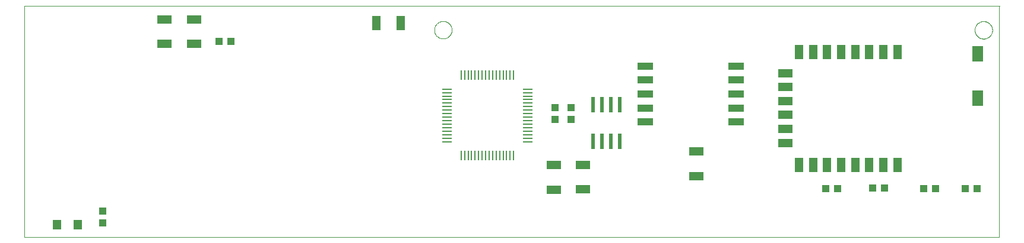
<source format=gtp>
G75*
%MOIN*%
%OFA0B0*%
%FSLAX25Y25*%
%IPPOS*%
%LPD*%
%AMOC8*
5,1,8,0,0,1.08239X$1,22.5*
%
%ADD10C,0.00039*%
%ADD11C,0.00000*%
%ADD12R,0.08110X0.05000*%
%ADD13R,0.05000X0.08110*%
%ADD14R,0.04724X0.05512*%
%ADD15R,0.04724X0.07874*%
%ADD16R,0.07874X0.04724*%
%ADD17R,0.03937X0.04331*%
%ADD18R,0.04331X0.03937*%
%ADD19R,0.06299X0.09055*%
%ADD20R,0.05800X0.01100*%
%ADD21R,0.01100X0.05800*%
%ADD22R,0.02400X0.08700*%
%ADD23R,0.08600X0.04200*%
D10*
X0001846Y0002245D02*
X0549091Y0002245D01*
X0549091Y0132742D01*
X0549591Y0132742D01*
X0549091Y0132742D02*
X0001846Y0132742D01*
X0001846Y0002245D01*
X0535509Y0119035D02*
X0535511Y0119175D01*
X0535517Y0119315D01*
X0535527Y0119454D01*
X0535541Y0119593D01*
X0535559Y0119732D01*
X0535580Y0119870D01*
X0535606Y0120008D01*
X0535636Y0120145D01*
X0535669Y0120280D01*
X0535707Y0120415D01*
X0535748Y0120549D01*
X0535793Y0120682D01*
X0535841Y0120813D01*
X0535894Y0120942D01*
X0535950Y0121071D01*
X0536009Y0121197D01*
X0536073Y0121322D01*
X0536139Y0121445D01*
X0536210Y0121566D01*
X0536283Y0121685D01*
X0536360Y0121802D01*
X0536441Y0121916D01*
X0536524Y0122028D01*
X0536611Y0122138D01*
X0536701Y0122246D01*
X0536793Y0122350D01*
X0536889Y0122452D01*
X0536988Y0122552D01*
X0537089Y0122648D01*
X0537193Y0122742D01*
X0537300Y0122832D01*
X0537409Y0122919D01*
X0537521Y0123004D01*
X0537635Y0123085D01*
X0537751Y0123163D01*
X0537869Y0123237D01*
X0537990Y0123308D01*
X0538112Y0123376D01*
X0538237Y0123440D01*
X0538363Y0123501D01*
X0538490Y0123558D01*
X0538620Y0123611D01*
X0538751Y0123661D01*
X0538883Y0123706D01*
X0539016Y0123749D01*
X0539151Y0123787D01*
X0539286Y0123821D01*
X0539423Y0123852D01*
X0539560Y0123879D01*
X0539698Y0123901D01*
X0539837Y0123920D01*
X0539976Y0123935D01*
X0540115Y0123946D01*
X0540255Y0123953D01*
X0540395Y0123956D01*
X0540535Y0123955D01*
X0540675Y0123950D01*
X0540814Y0123941D01*
X0540954Y0123928D01*
X0541093Y0123911D01*
X0541231Y0123890D01*
X0541369Y0123866D01*
X0541506Y0123837D01*
X0541642Y0123805D01*
X0541777Y0123768D01*
X0541911Y0123728D01*
X0542044Y0123684D01*
X0542175Y0123636D01*
X0542305Y0123585D01*
X0542434Y0123530D01*
X0542561Y0123471D01*
X0542686Y0123408D01*
X0542809Y0123343D01*
X0542931Y0123273D01*
X0543050Y0123200D01*
X0543168Y0123124D01*
X0543283Y0123045D01*
X0543396Y0122962D01*
X0543506Y0122876D01*
X0543614Y0122787D01*
X0543719Y0122695D01*
X0543822Y0122600D01*
X0543922Y0122502D01*
X0544019Y0122402D01*
X0544113Y0122298D01*
X0544205Y0122192D01*
X0544293Y0122084D01*
X0544378Y0121973D01*
X0544460Y0121859D01*
X0544539Y0121743D01*
X0544614Y0121626D01*
X0544686Y0121506D01*
X0544754Y0121384D01*
X0544819Y0121260D01*
X0544881Y0121134D01*
X0544939Y0121007D01*
X0544993Y0120878D01*
X0545044Y0120747D01*
X0545090Y0120615D01*
X0545133Y0120482D01*
X0545173Y0120348D01*
X0545208Y0120213D01*
X0545240Y0120076D01*
X0545267Y0119939D01*
X0545291Y0119801D01*
X0545311Y0119663D01*
X0545327Y0119524D01*
X0545339Y0119384D01*
X0545347Y0119245D01*
X0545351Y0119105D01*
X0545351Y0118965D01*
X0545347Y0118825D01*
X0545339Y0118686D01*
X0545327Y0118546D01*
X0545311Y0118407D01*
X0545291Y0118269D01*
X0545267Y0118131D01*
X0545240Y0117994D01*
X0545208Y0117857D01*
X0545173Y0117722D01*
X0545133Y0117588D01*
X0545090Y0117455D01*
X0545044Y0117323D01*
X0544993Y0117192D01*
X0544939Y0117063D01*
X0544881Y0116936D01*
X0544819Y0116810D01*
X0544754Y0116686D01*
X0544686Y0116564D01*
X0544614Y0116444D01*
X0544539Y0116327D01*
X0544460Y0116211D01*
X0544378Y0116097D01*
X0544293Y0115986D01*
X0544205Y0115878D01*
X0544113Y0115772D01*
X0544019Y0115668D01*
X0543922Y0115568D01*
X0543822Y0115470D01*
X0543719Y0115375D01*
X0543614Y0115283D01*
X0543506Y0115194D01*
X0543396Y0115108D01*
X0543283Y0115025D01*
X0543168Y0114946D01*
X0543050Y0114870D01*
X0542931Y0114797D01*
X0542809Y0114727D01*
X0542686Y0114662D01*
X0542561Y0114599D01*
X0542434Y0114540D01*
X0542305Y0114485D01*
X0542175Y0114434D01*
X0542044Y0114386D01*
X0541911Y0114342D01*
X0541777Y0114302D01*
X0541642Y0114265D01*
X0541506Y0114233D01*
X0541369Y0114204D01*
X0541231Y0114180D01*
X0541093Y0114159D01*
X0540954Y0114142D01*
X0540814Y0114129D01*
X0540675Y0114120D01*
X0540535Y0114115D01*
X0540395Y0114114D01*
X0540255Y0114117D01*
X0540115Y0114124D01*
X0539976Y0114135D01*
X0539837Y0114150D01*
X0539698Y0114169D01*
X0539560Y0114191D01*
X0539423Y0114218D01*
X0539286Y0114249D01*
X0539151Y0114283D01*
X0539016Y0114321D01*
X0538883Y0114364D01*
X0538751Y0114409D01*
X0538620Y0114459D01*
X0538490Y0114512D01*
X0538363Y0114569D01*
X0538237Y0114630D01*
X0538112Y0114694D01*
X0537990Y0114762D01*
X0537869Y0114833D01*
X0537751Y0114907D01*
X0537635Y0114985D01*
X0537521Y0115066D01*
X0537409Y0115151D01*
X0537300Y0115238D01*
X0537193Y0115328D01*
X0537089Y0115422D01*
X0536988Y0115518D01*
X0536889Y0115618D01*
X0536793Y0115720D01*
X0536701Y0115824D01*
X0536611Y0115932D01*
X0536524Y0116042D01*
X0536441Y0116154D01*
X0536360Y0116268D01*
X0536283Y0116385D01*
X0536210Y0116504D01*
X0536139Y0116625D01*
X0536073Y0116748D01*
X0536009Y0116873D01*
X0535950Y0116999D01*
X0535894Y0117128D01*
X0535841Y0117257D01*
X0535793Y0117388D01*
X0535748Y0117521D01*
X0535707Y0117655D01*
X0535669Y0117790D01*
X0535636Y0117925D01*
X0535606Y0118062D01*
X0535580Y0118200D01*
X0535559Y0118338D01*
X0535541Y0118477D01*
X0535527Y0118616D01*
X0535517Y0118755D01*
X0535511Y0118895D01*
X0535509Y0119035D01*
D11*
X0535475Y0119000D02*
X0535477Y0119140D01*
X0535483Y0119280D01*
X0535493Y0119420D01*
X0535507Y0119559D01*
X0535525Y0119698D01*
X0535546Y0119836D01*
X0535572Y0119974D01*
X0535602Y0120111D01*
X0535635Y0120246D01*
X0535673Y0120381D01*
X0535714Y0120515D01*
X0535759Y0120648D01*
X0535808Y0120779D01*
X0535860Y0120909D01*
X0535916Y0121037D01*
X0535976Y0121164D01*
X0536039Y0121289D01*
X0536106Y0121412D01*
X0536176Y0121533D01*
X0536250Y0121652D01*
X0536327Y0121769D01*
X0536407Y0121884D01*
X0536491Y0121996D01*
X0536578Y0122106D01*
X0536668Y0122213D01*
X0536760Y0122318D01*
X0536856Y0122420D01*
X0536955Y0122519D01*
X0537056Y0122616D01*
X0537160Y0122710D01*
X0537267Y0122800D01*
X0537376Y0122888D01*
X0537488Y0122972D01*
X0537602Y0123053D01*
X0537719Y0123131D01*
X0537837Y0123206D01*
X0537958Y0123277D01*
X0538080Y0123344D01*
X0538205Y0123409D01*
X0538331Y0123469D01*
X0538459Y0123526D01*
X0538588Y0123580D01*
X0538719Y0123629D01*
X0538851Y0123675D01*
X0538985Y0123717D01*
X0539120Y0123756D01*
X0539255Y0123790D01*
X0539392Y0123821D01*
X0539529Y0123847D01*
X0539668Y0123870D01*
X0539806Y0123889D01*
X0539946Y0123904D01*
X0540085Y0123915D01*
X0540225Y0123922D01*
X0540365Y0123925D01*
X0540505Y0123924D01*
X0540645Y0123919D01*
X0540785Y0123910D01*
X0540924Y0123897D01*
X0541063Y0123880D01*
X0541202Y0123859D01*
X0541339Y0123835D01*
X0541476Y0123806D01*
X0541613Y0123773D01*
X0541748Y0123737D01*
X0541882Y0123697D01*
X0542015Y0123653D01*
X0542146Y0123605D01*
X0542277Y0123553D01*
X0542405Y0123498D01*
X0542532Y0123439D01*
X0542658Y0123377D01*
X0542781Y0123311D01*
X0542903Y0123242D01*
X0543022Y0123169D01*
X0543140Y0123093D01*
X0543255Y0123013D01*
X0543368Y0122930D01*
X0543479Y0122844D01*
X0543587Y0122755D01*
X0543692Y0122663D01*
X0543795Y0122568D01*
X0543895Y0122470D01*
X0543992Y0122369D01*
X0544086Y0122266D01*
X0544178Y0122160D01*
X0544266Y0122051D01*
X0544351Y0121940D01*
X0544433Y0121826D01*
X0544512Y0121711D01*
X0544587Y0121593D01*
X0544659Y0121473D01*
X0544728Y0121351D01*
X0544793Y0121227D01*
X0544854Y0121101D01*
X0544912Y0120973D01*
X0544967Y0120844D01*
X0545017Y0120714D01*
X0545064Y0120582D01*
X0545107Y0120448D01*
X0545146Y0120314D01*
X0545182Y0120179D01*
X0545213Y0120042D01*
X0545241Y0119905D01*
X0545265Y0119767D01*
X0545285Y0119628D01*
X0545301Y0119489D01*
X0545313Y0119350D01*
X0545321Y0119210D01*
X0545325Y0119070D01*
X0545325Y0118930D01*
X0545321Y0118790D01*
X0545313Y0118650D01*
X0545301Y0118511D01*
X0545285Y0118372D01*
X0545265Y0118233D01*
X0545241Y0118095D01*
X0545213Y0117958D01*
X0545182Y0117821D01*
X0545146Y0117686D01*
X0545107Y0117552D01*
X0545064Y0117418D01*
X0545017Y0117286D01*
X0544967Y0117156D01*
X0544912Y0117027D01*
X0544854Y0116899D01*
X0544793Y0116773D01*
X0544728Y0116649D01*
X0544659Y0116527D01*
X0544587Y0116407D01*
X0544512Y0116289D01*
X0544433Y0116174D01*
X0544351Y0116060D01*
X0544266Y0115949D01*
X0544178Y0115840D01*
X0544086Y0115734D01*
X0543992Y0115631D01*
X0543895Y0115530D01*
X0543795Y0115432D01*
X0543692Y0115337D01*
X0543587Y0115245D01*
X0543479Y0115156D01*
X0543368Y0115070D01*
X0543255Y0114987D01*
X0543140Y0114907D01*
X0543022Y0114831D01*
X0542903Y0114758D01*
X0542781Y0114689D01*
X0542658Y0114623D01*
X0542532Y0114561D01*
X0542405Y0114502D01*
X0542277Y0114447D01*
X0542146Y0114395D01*
X0542015Y0114347D01*
X0541882Y0114303D01*
X0541748Y0114263D01*
X0541613Y0114227D01*
X0541476Y0114194D01*
X0541339Y0114165D01*
X0541202Y0114141D01*
X0541063Y0114120D01*
X0540924Y0114103D01*
X0540785Y0114090D01*
X0540645Y0114081D01*
X0540505Y0114076D01*
X0540365Y0114075D01*
X0540225Y0114078D01*
X0540085Y0114085D01*
X0539946Y0114096D01*
X0539806Y0114111D01*
X0539668Y0114130D01*
X0539529Y0114153D01*
X0539392Y0114179D01*
X0539255Y0114210D01*
X0539120Y0114244D01*
X0538985Y0114283D01*
X0538851Y0114325D01*
X0538719Y0114371D01*
X0538588Y0114420D01*
X0538459Y0114474D01*
X0538331Y0114531D01*
X0538205Y0114591D01*
X0538080Y0114656D01*
X0537958Y0114723D01*
X0537837Y0114794D01*
X0537719Y0114869D01*
X0537602Y0114947D01*
X0537488Y0115028D01*
X0537376Y0115112D01*
X0537267Y0115200D01*
X0537160Y0115290D01*
X0537056Y0115384D01*
X0536955Y0115481D01*
X0536856Y0115580D01*
X0536760Y0115682D01*
X0536668Y0115787D01*
X0536578Y0115894D01*
X0536491Y0116004D01*
X0536407Y0116116D01*
X0536327Y0116231D01*
X0536250Y0116348D01*
X0536176Y0116467D01*
X0536106Y0116588D01*
X0536039Y0116711D01*
X0535976Y0116836D01*
X0535916Y0116963D01*
X0535860Y0117091D01*
X0535808Y0117221D01*
X0535759Y0117352D01*
X0535714Y0117485D01*
X0535673Y0117619D01*
X0535635Y0117754D01*
X0535602Y0117889D01*
X0535572Y0118026D01*
X0535546Y0118164D01*
X0535525Y0118302D01*
X0535507Y0118441D01*
X0535493Y0118580D01*
X0535483Y0118720D01*
X0535477Y0118860D01*
X0535475Y0119000D01*
X0231975Y0119100D02*
X0231977Y0119240D01*
X0231983Y0119380D01*
X0231993Y0119520D01*
X0232007Y0119659D01*
X0232025Y0119798D01*
X0232046Y0119936D01*
X0232072Y0120074D01*
X0232102Y0120211D01*
X0232135Y0120346D01*
X0232173Y0120481D01*
X0232214Y0120615D01*
X0232259Y0120748D01*
X0232308Y0120879D01*
X0232360Y0121009D01*
X0232416Y0121137D01*
X0232476Y0121264D01*
X0232539Y0121389D01*
X0232606Y0121512D01*
X0232676Y0121633D01*
X0232750Y0121752D01*
X0232827Y0121869D01*
X0232907Y0121984D01*
X0232991Y0122096D01*
X0233078Y0122206D01*
X0233168Y0122313D01*
X0233260Y0122418D01*
X0233356Y0122520D01*
X0233455Y0122619D01*
X0233556Y0122716D01*
X0233660Y0122810D01*
X0233767Y0122900D01*
X0233876Y0122988D01*
X0233988Y0123072D01*
X0234102Y0123153D01*
X0234219Y0123231D01*
X0234337Y0123306D01*
X0234458Y0123377D01*
X0234580Y0123444D01*
X0234705Y0123509D01*
X0234831Y0123569D01*
X0234959Y0123626D01*
X0235088Y0123680D01*
X0235219Y0123729D01*
X0235351Y0123775D01*
X0235485Y0123817D01*
X0235620Y0123856D01*
X0235755Y0123890D01*
X0235892Y0123921D01*
X0236029Y0123947D01*
X0236168Y0123970D01*
X0236306Y0123989D01*
X0236446Y0124004D01*
X0236585Y0124015D01*
X0236725Y0124022D01*
X0236865Y0124025D01*
X0237005Y0124024D01*
X0237145Y0124019D01*
X0237285Y0124010D01*
X0237424Y0123997D01*
X0237563Y0123980D01*
X0237702Y0123959D01*
X0237839Y0123935D01*
X0237976Y0123906D01*
X0238113Y0123873D01*
X0238248Y0123837D01*
X0238382Y0123797D01*
X0238515Y0123753D01*
X0238646Y0123705D01*
X0238777Y0123653D01*
X0238905Y0123598D01*
X0239032Y0123539D01*
X0239158Y0123477D01*
X0239281Y0123411D01*
X0239403Y0123342D01*
X0239522Y0123269D01*
X0239640Y0123193D01*
X0239755Y0123113D01*
X0239868Y0123030D01*
X0239979Y0122944D01*
X0240087Y0122855D01*
X0240192Y0122763D01*
X0240295Y0122668D01*
X0240395Y0122570D01*
X0240492Y0122469D01*
X0240586Y0122366D01*
X0240678Y0122260D01*
X0240766Y0122151D01*
X0240851Y0122040D01*
X0240933Y0121926D01*
X0241012Y0121811D01*
X0241087Y0121693D01*
X0241159Y0121573D01*
X0241228Y0121451D01*
X0241293Y0121327D01*
X0241354Y0121201D01*
X0241412Y0121073D01*
X0241467Y0120944D01*
X0241517Y0120814D01*
X0241564Y0120682D01*
X0241607Y0120548D01*
X0241646Y0120414D01*
X0241682Y0120279D01*
X0241713Y0120142D01*
X0241741Y0120005D01*
X0241765Y0119867D01*
X0241785Y0119728D01*
X0241801Y0119589D01*
X0241813Y0119450D01*
X0241821Y0119310D01*
X0241825Y0119170D01*
X0241825Y0119030D01*
X0241821Y0118890D01*
X0241813Y0118750D01*
X0241801Y0118611D01*
X0241785Y0118472D01*
X0241765Y0118333D01*
X0241741Y0118195D01*
X0241713Y0118058D01*
X0241682Y0117921D01*
X0241646Y0117786D01*
X0241607Y0117652D01*
X0241564Y0117518D01*
X0241517Y0117386D01*
X0241467Y0117256D01*
X0241412Y0117127D01*
X0241354Y0116999D01*
X0241293Y0116873D01*
X0241228Y0116749D01*
X0241159Y0116627D01*
X0241087Y0116507D01*
X0241012Y0116389D01*
X0240933Y0116274D01*
X0240851Y0116160D01*
X0240766Y0116049D01*
X0240678Y0115940D01*
X0240586Y0115834D01*
X0240492Y0115731D01*
X0240395Y0115630D01*
X0240295Y0115532D01*
X0240192Y0115437D01*
X0240087Y0115345D01*
X0239979Y0115256D01*
X0239868Y0115170D01*
X0239755Y0115087D01*
X0239640Y0115007D01*
X0239522Y0114931D01*
X0239403Y0114858D01*
X0239281Y0114789D01*
X0239158Y0114723D01*
X0239032Y0114661D01*
X0238905Y0114602D01*
X0238777Y0114547D01*
X0238646Y0114495D01*
X0238515Y0114447D01*
X0238382Y0114403D01*
X0238248Y0114363D01*
X0238113Y0114327D01*
X0237976Y0114294D01*
X0237839Y0114265D01*
X0237702Y0114241D01*
X0237563Y0114220D01*
X0237424Y0114203D01*
X0237285Y0114190D01*
X0237145Y0114181D01*
X0237005Y0114176D01*
X0236865Y0114175D01*
X0236725Y0114178D01*
X0236585Y0114185D01*
X0236446Y0114196D01*
X0236306Y0114211D01*
X0236168Y0114230D01*
X0236029Y0114253D01*
X0235892Y0114279D01*
X0235755Y0114310D01*
X0235620Y0114344D01*
X0235485Y0114383D01*
X0235351Y0114425D01*
X0235219Y0114471D01*
X0235088Y0114520D01*
X0234959Y0114574D01*
X0234831Y0114631D01*
X0234705Y0114691D01*
X0234580Y0114756D01*
X0234458Y0114823D01*
X0234337Y0114894D01*
X0234219Y0114969D01*
X0234102Y0115047D01*
X0233988Y0115128D01*
X0233876Y0115212D01*
X0233767Y0115300D01*
X0233660Y0115390D01*
X0233556Y0115484D01*
X0233455Y0115581D01*
X0233356Y0115680D01*
X0233260Y0115782D01*
X0233168Y0115887D01*
X0233078Y0115994D01*
X0232991Y0116104D01*
X0232907Y0116216D01*
X0232827Y0116331D01*
X0232750Y0116448D01*
X0232676Y0116567D01*
X0232606Y0116688D01*
X0232539Y0116811D01*
X0232476Y0116936D01*
X0232416Y0117063D01*
X0232360Y0117191D01*
X0232308Y0117321D01*
X0232259Y0117452D01*
X0232214Y0117585D01*
X0232173Y0117719D01*
X0232135Y0117854D01*
X0232102Y0117989D01*
X0232072Y0118126D01*
X0232046Y0118264D01*
X0232025Y0118402D01*
X0232007Y0118541D01*
X0231993Y0118680D01*
X0231983Y0118820D01*
X0231977Y0118960D01*
X0231975Y0119100D01*
D12*
X0097000Y0125009D03*
X0080500Y0125009D03*
X0080500Y0111191D03*
X0097000Y0111191D03*
X0299000Y0042909D03*
X0315300Y0043009D03*
X0315300Y0029191D03*
X0299000Y0029091D03*
X0379000Y0036691D03*
X0379000Y0050509D03*
D13*
X0213209Y0122800D03*
X0199391Y0122800D03*
D14*
X0031806Y0009400D03*
X0019994Y0009400D03*
D15*
X0436874Y0042820D03*
X0444748Y0042820D03*
X0452622Y0042820D03*
X0460496Y0042820D03*
X0468370Y0042820D03*
X0476244Y0042820D03*
X0484118Y0042820D03*
X0491992Y0042820D03*
X0491992Y0106600D03*
X0484118Y0106600D03*
X0476244Y0106600D03*
X0468370Y0106600D03*
X0460496Y0106600D03*
X0452622Y0106600D03*
X0444748Y0106600D03*
X0436874Y0106600D03*
D16*
X0429000Y0094789D03*
X0429000Y0086915D03*
X0429000Y0079041D03*
X0429000Y0071167D03*
X0429000Y0063293D03*
X0429000Y0055419D03*
D17*
X0308800Y0068754D03*
X0299800Y0068754D03*
X0299800Y0075446D03*
X0308800Y0075446D03*
X0045700Y0016846D03*
X0045700Y0010154D03*
D18*
X0451654Y0029600D03*
X0458346Y0029600D03*
X0478154Y0030100D03*
X0484846Y0030100D03*
X0506654Y0029600D03*
X0513346Y0029600D03*
X0530154Y0029600D03*
X0536846Y0029600D03*
X0117846Y0112600D03*
X0111154Y0112600D03*
D19*
X0537000Y0105502D03*
X0537000Y0080698D03*
D20*
X0284400Y0079800D03*
X0284400Y0081700D03*
X0284400Y0083700D03*
X0284400Y0085700D03*
X0284400Y0077800D03*
X0284400Y0075800D03*
X0284400Y0073900D03*
X0284400Y0071900D03*
X0284400Y0069900D03*
X0284400Y0067900D03*
X0284400Y0066000D03*
X0284400Y0064000D03*
X0284400Y0062000D03*
X0284400Y0060100D03*
X0284400Y0058100D03*
X0284400Y0056100D03*
X0239200Y0056100D03*
X0239200Y0058100D03*
X0239200Y0060100D03*
X0239200Y0062000D03*
X0239200Y0064000D03*
X0239200Y0066000D03*
X0239200Y0067900D03*
X0239200Y0069900D03*
X0239200Y0071900D03*
X0239200Y0073900D03*
X0239200Y0075800D03*
X0239200Y0077800D03*
X0239200Y0079800D03*
X0239200Y0081700D03*
X0239200Y0083700D03*
X0239200Y0085700D03*
D21*
X0247000Y0093500D03*
X0249000Y0093500D03*
X0251000Y0093500D03*
X0252900Y0093500D03*
X0254900Y0093500D03*
X0256900Y0093500D03*
X0258800Y0093500D03*
X0260800Y0093500D03*
X0262800Y0093500D03*
X0264800Y0093500D03*
X0266700Y0093500D03*
X0268700Y0093500D03*
X0270700Y0093500D03*
X0272600Y0093500D03*
X0274600Y0093500D03*
X0276600Y0093500D03*
X0276600Y0048300D03*
X0274600Y0048300D03*
X0272600Y0048300D03*
X0270700Y0048300D03*
X0268700Y0048300D03*
X0266700Y0048300D03*
X0264800Y0048300D03*
X0262800Y0048300D03*
X0260800Y0048300D03*
X0258800Y0048300D03*
X0256900Y0048300D03*
X0254900Y0048300D03*
X0252900Y0048300D03*
X0251000Y0048300D03*
X0249000Y0048300D03*
X0247000Y0048300D03*
D22*
X0321200Y0056400D03*
X0326200Y0056400D03*
X0331200Y0056400D03*
X0336200Y0056400D03*
X0336200Y0077000D03*
X0331200Y0077000D03*
X0326200Y0077000D03*
X0321200Y0077000D03*
D23*
X0350430Y0075069D03*
X0350430Y0082943D03*
X0350430Y0090817D03*
X0350430Y0098691D03*
X0401611Y0098691D03*
X0401611Y0090817D03*
X0401611Y0082943D03*
X0401611Y0075069D03*
X0401611Y0067194D03*
X0350430Y0067194D03*
M02*

</source>
